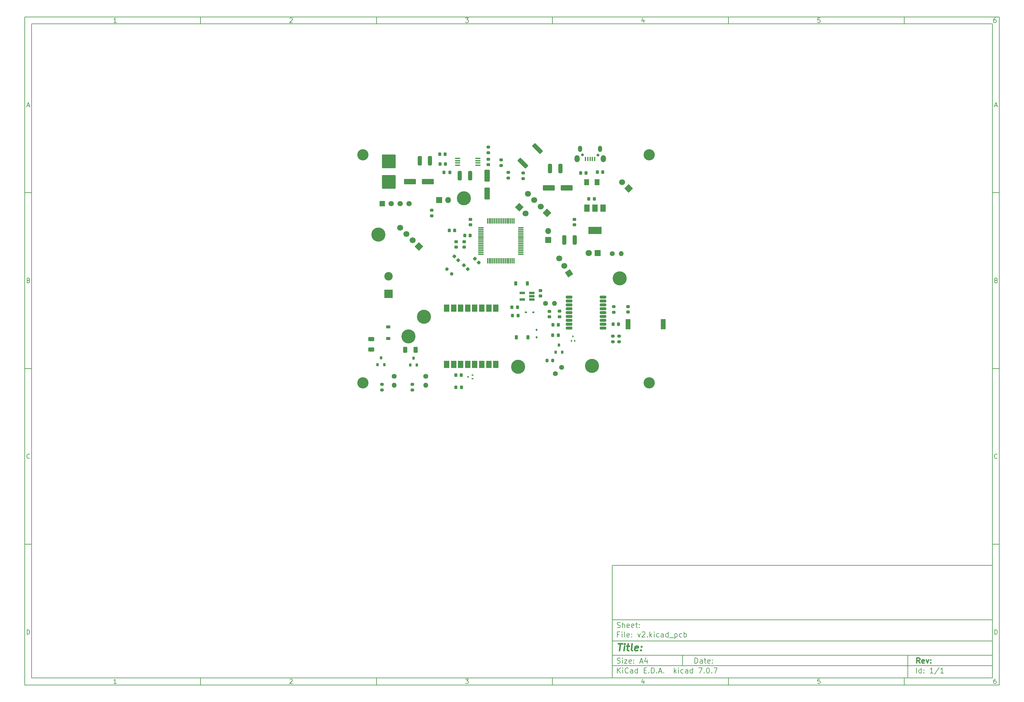
<source format=gts>
%TF.GenerationSoftware,KiCad,Pcbnew,7.0.7*%
%TF.CreationDate,2024-09-06T13:37:17+03:00*%
%TF.ProjectId,v2,76322e6b-6963-4616-945f-706362585858,rev?*%
%TF.SameCoordinates,Original*%
%TF.FileFunction,Soldermask,Top*%
%TF.FilePolarity,Negative*%
%FSLAX46Y46*%
G04 Gerber Fmt 4.6, Leading zero omitted, Abs format (unit mm)*
G04 Created by KiCad (PCBNEW 7.0.7) date 2024-09-06 13:37:17*
%MOMM*%
%LPD*%
G01*
G04 APERTURE LIST*
G04 Aperture macros list*
%AMRoundRect*
0 Rectangle with rounded corners*
0 $1 Rounding radius*
0 $2 $3 $4 $5 $6 $7 $8 $9 X,Y pos of 4 corners*
0 Add a 4 corners polygon primitive as box body*
4,1,4,$2,$3,$4,$5,$6,$7,$8,$9,$2,$3,0*
0 Add four circle primitives for the rounded corners*
1,1,$1+$1,$2,$3*
1,1,$1+$1,$4,$5*
1,1,$1+$1,$6,$7*
1,1,$1+$1,$8,$9*
0 Add four rect primitives between the rounded corners*
20,1,$1+$1,$2,$3,$4,$5,0*
20,1,$1+$1,$4,$5,$6,$7,0*
20,1,$1+$1,$6,$7,$8,$9,0*
20,1,$1+$1,$8,$9,$2,$3,0*%
%AMHorizOval*
0 Thick line with rounded ends*
0 $1 width*
0 $2 $3 position (X,Y) of the first rounded end (center of the circle)*
0 $4 $5 position (X,Y) of the second rounded end (center of the circle)*
0 Add line between two ends*
20,1,$1,$2,$3,$4,$5,0*
0 Add two circle primitives to create the rounded ends*
1,1,$1,$2,$3*
1,1,$1,$4,$5*%
%AMRotRect*
0 Rectangle, with rotation*
0 The origin of the aperture is its center*
0 $1 length*
0 $2 width*
0 $3 Rotation angle, in degrees counterclockwise*
0 Add horizontal line*
21,1,$1,$2,0,0,$3*%
G04 Aperture macros list end*
%ADD10C,0.100000*%
%ADD11C,0.150000*%
%ADD12C,0.300000*%
%ADD13C,0.400000*%
%ADD14RoundRect,0.112500X0.187500X0.112500X-0.187500X0.112500X-0.187500X-0.112500X0.187500X-0.112500X0*%
%ADD15RoundRect,0.225000X0.250000X-0.225000X0.250000X0.225000X-0.250000X0.225000X-0.250000X-0.225000X0*%
%ADD16RoundRect,0.250002X-1.699998X-1.699998X1.699998X-1.699998X1.699998X1.699998X-1.699998X1.699998X0*%
%ADD17RoundRect,0.225000X0.335876X0.017678X0.017678X0.335876X-0.335876X-0.017678X-0.017678X-0.335876X0*%
%ADD18RoundRect,0.200000X0.275000X-0.200000X0.275000X0.200000X-0.275000X0.200000X-0.275000X-0.200000X0*%
%ADD19RoundRect,0.075000X-0.700000X-0.075000X0.700000X-0.075000X0.700000X0.075000X-0.700000X0.075000X0*%
%ADD20RoundRect,0.075000X-0.075000X-0.700000X0.075000X-0.700000X0.075000X0.700000X-0.075000X0.700000X0*%
%ADD21RoundRect,0.250000X-0.312500X-1.075000X0.312500X-1.075000X0.312500X1.075000X-0.312500X1.075000X0*%
%ADD22RoundRect,0.225000X0.225000X0.250000X-0.225000X0.250000X-0.225000X-0.250000X0.225000X-0.250000X0*%
%ADD23RoundRect,0.225000X-0.250000X0.225000X-0.250000X-0.225000X0.250000X-0.225000X0.250000X0.225000X0*%
%ADD24RotRect,1.700000X1.700000X225.000000*%
%ADD25HorizOval,1.700000X0.000000X0.000000X0.000000X0.000000X0*%
%ADD26RoundRect,0.225000X0.225000X0.375000X-0.225000X0.375000X-0.225000X-0.375000X0.225000X-0.375000X0*%
%ADD27RoundRect,0.200000X-0.200000X-0.275000X0.200000X-0.275000X0.200000X0.275000X-0.200000X0.275000X0*%
%ADD28RoundRect,0.250000X-1.412500X-0.550000X1.412500X-0.550000X1.412500X0.550000X-1.412500X0.550000X0*%
%ADD29C,1.400000*%
%ADD30O,1.400000X1.400000*%
%ADD31R,0.800000X0.900000*%
%ADD32RoundRect,0.250000X0.312500X1.075000X-0.312500X1.075000X-0.312500X-1.075000X0.312500X-1.075000X0*%
%ADD33R,1.700000X1.700000*%
%ADD34O,1.700000X1.700000*%
%ADD35R,1.500000X2.000000*%
%ADD36RoundRect,0.225000X-0.225000X-0.375000X0.225000X-0.375000X0.225000X0.375000X-0.225000X0.375000X0*%
%ADD37C,4.000000*%
%ADD38RoundRect,0.200000X-0.275000X0.200000X-0.275000X-0.200000X0.275000X-0.200000X0.275000X0.200000X0*%
%ADD39RotRect,1.700000X1.700000X214.000000*%
%ADD40HorizOval,1.700000X0.000000X0.000000X0.000000X0.000000X0*%
%ADD41RoundRect,0.225000X-0.225000X-0.250000X0.225000X-0.250000X0.225000X0.250000X-0.225000X0.250000X0*%
%ADD42RoundRect,0.112500X-0.112500X0.187500X-0.112500X-0.187500X0.112500X-0.187500X0.112500X0.187500X0*%
%ADD43RoundRect,0.218750X-0.218750X-0.256250X0.218750X-0.256250X0.218750X0.256250X-0.218750X0.256250X0*%
%ADD44O,0.800000X0.800000*%
%ADD45R,0.450000X1.300000*%
%ADD46O,1.450000X2.000000*%
%ADD47O,1.150000X1.800000*%
%ADD48R,0.510000X0.400000*%
%ADD49R,1.800000X1.800000*%
%ADD50C,1.800000*%
%ADD51RoundRect,0.218750X0.256250X-0.218750X0.256250X0.218750X-0.256250X0.218750X-0.256250X-0.218750X0*%
%ADD52R,2.400000X2.400000*%
%ADD53C,2.400000*%
%ADD54RoundRect,0.200000X-0.700000X-0.200000X0.700000X-0.200000X0.700000X0.200000X-0.700000X0.200000X0*%
%ADD55C,3.200000*%
%ADD56RoundRect,0.250001X0.462499X0.624999X-0.462499X0.624999X-0.462499X-0.624999X0.462499X-0.624999X0*%
%ADD57HorizOval,1.400000X0.000000X0.000000X0.000000X0.000000X0*%
%ADD58RoundRect,0.100000X-0.637500X-0.100000X0.637500X-0.100000X0.637500X0.100000X-0.637500X0.100000X0*%
%ADD59RoundRect,0.250000X-0.312500X-0.625000X0.312500X-0.625000X0.312500X0.625000X-0.312500X0.625000X0*%
%ADD60RoundRect,0.225000X-0.375000X0.225000X-0.375000X-0.225000X0.375000X-0.225000X0.375000X0.225000X0*%
%ADD61R,3.800000X2.000000*%
%ADD62R,1.400000X3.000000*%
%ADD63R,0.400000X0.510000*%
%ADD64RoundRect,0.250000X-0.751301X1.263953X-1.263953X0.751301X0.751301X-1.263953X1.263953X-0.751301X0*%
%ADD65C,1.000000*%
%ADD66RotRect,1.700000X1.700000X45.000000*%
%ADD67HorizOval,1.700000X0.000000X0.000000X0.000000X0.000000X0*%
%ADD68R,1.560000X0.650000*%
%ADD69RoundRect,0.250000X-0.550000X1.412500X-0.550000X-1.412500X0.550000X-1.412500X0.550000X1.412500X0*%
%ADD70RoundRect,0.250000X-0.625000X0.312500X-0.625000X-0.312500X0.625000X-0.312500X0.625000X0.312500X0*%
%ADD71RoundRect,0.250000X1.412500X0.550000X-1.412500X0.550000X-1.412500X-0.550000X1.412500X-0.550000X0*%
%ADD72R,1.500000X1.500000*%
%ADD73C,1.500000*%
G04 APERTURE END LIST*
D10*
D11*
X177002200Y-166007200D02*
X285002200Y-166007200D01*
X285002200Y-198007200D01*
X177002200Y-198007200D01*
X177002200Y-166007200D01*
D10*
D11*
X10000000Y-10000000D02*
X287002200Y-10000000D01*
X287002200Y-200007200D01*
X10000000Y-200007200D01*
X10000000Y-10000000D01*
D10*
D11*
X12000000Y-12000000D02*
X285002200Y-12000000D01*
X285002200Y-198007200D01*
X12000000Y-198007200D01*
X12000000Y-12000000D01*
D10*
D11*
X60000000Y-12000000D02*
X60000000Y-10000000D01*
D10*
D11*
X110000000Y-12000000D02*
X110000000Y-10000000D01*
D10*
D11*
X160000000Y-12000000D02*
X160000000Y-10000000D01*
D10*
D11*
X210000000Y-12000000D02*
X210000000Y-10000000D01*
D10*
D11*
X260000000Y-12000000D02*
X260000000Y-10000000D01*
D10*
D11*
X36089160Y-11593604D02*
X35346303Y-11593604D01*
X35717731Y-11593604D02*
X35717731Y-10293604D01*
X35717731Y-10293604D02*
X35593922Y-10479319D01*
X35593922Y-10479319D02*
X35470112Y-10603128D01*
X35470112Y-10603128D02*
X35346303Y-10665033D01*
D10*
D11*
X85346303Y-10417414D02*
X85408207Y-10355509D01*
X85408207Y-10355509D02*
X85532017Y-10293604D01*
X85532017Y-10293604D02*
X85841541Y-10293604D01*
X85841541Y-10293604D02*
X85965350Y-10355509D01*
X85965350Y-10355509D02*
X86027255Y-10417414D01*
X86027255Y-10417414D02*
X86089160Y-10541223D01*
X86089160Y-10541223D02*
X86089160Y-10665033D01*
X86089160Y-10665033D02*
X86027255Y-10850747D01*
X86027255Y-10850747D02*
X85284398Y-11593604D01*
X85284398Y-11593604D02*
X86089160Y-11593604D01*
D10*
D11*
X135284398Y-10293604D02*
X136089160Y-10293604D01*
X136089160Y-10293604D02*
X135655826Y-10788842D01*
X135655826Y-10788842D02*
X135841541Y-10788842D01*
X135841541Y-10788842D02*
X135965350Y-10850747D01*
X135965350Y-10850747D02*
X136027255Y-10912652D01*
X136027255Y-10912652D02*
X136089160Y-11036461D01*
X136089160Y-11036461D02*
X136089160Y-11345985D01*
X136089160Y-11345985D02*
X136027255Y-11469795D01*
X136027255Y-11469795D02*
X135965350Y-11531700D01*
X135965350Y-11531700D02*
X135841541Y-11593604D01*
X135841541Y-11593604D02*
X135470112Y-11593604D01*
X135470112Y-11593604D02*
X135346303Y-11531700D01*
X135346303Y-11531700D02*
X135284398Y-11469795D01*
D10*
D11*
X185965350Y-10726938D02*
X185965350Y-11593604D01*
X185655826Y-10231700D02*
X185346303Y-11160271D01*
X185346303Y-11160271D02*
X186151064Y-11160271D01*
D10*
D11*
X236027255Y-10293604D02*
X235408207Y-10293604D01*
X235408207Y-10293604D02*
X235346303Y-10912652D01*
X235346303Y-10912652D02*
X235408207Y-10850747D01*
X235408207Y-10850747D02*
X235532017Y-10788842D01*
X235532017Y-10788842D02*
X235841541Y-10788842D01*
X235841541Y-10788842D02*
X235965350Y-10850747D01*
X235965350Y-10850747D02*
X236027255Y-10912652D01*
X236027255Y-10912652D02*
X236089160Y-11036461D01*
X236089160Y-11036461D02*
X236089160Y-11345985D01*
X236089160Y-11345985D02*
X236027255Y-11469795D01*
X236027255Y-11469795D02*
X235965350Y-11531700D01*
X235965350Y-11531700D02*
X235841541Y-11593604D01*
X235841541Y-11593604D02*
X235532017Y-11593604D01*
X235532017Y-11593604D02*
X235408207Y-11531700D01*
X235408207Y-11531700D02*
X235346303Y-11469795D01*
D10*
D11*
X285965350Y-10293604D02*
X285717731Y-10293604D01*
X285717731Y-10293604D02*
X285593922Y-10355509D01*
X285593922Y-10355509D02*
X285532017Y-10417414D01*
X285532017Y-10417414D02*
X285408207Y-10603128D01*
X285408207Y-10603128D02*
X285346303Y-10850747D01*
X285346303Y-10850747D02*
X285346303Y-11345985D01*
X285346303Y-11345985D02*
X285408207Y-11469795D01*
X285408207Y-11469795D02*
X285470112Y-11531700D01*
X285470112Y-11531700D02*
X285593922Y-11593604D01*
X285593922Y-11593604D02*
X285841541Y-11593604D01*
X285841541Y-11593604D02*
X285965350Y-11531700D01*
X285965350Y-11531700D02*
X286027255Y-11469795D01*
X286027255Y-11469795D02*
X286089160Y-11345985D01*
X286089160Y-11345985D02*
X286089160Y-11036461D01*
X286089160Y-11036461D02*
X286027255Y-10912652D01*
X286027255Y-10912652D02*
X285965350Y-10850747D01*
X285965350Y-10850747D02*
X285841541Y-10788842D01*
X285841541Y-10788842D02*
X285593922Y-10788842D01*
X285593922Y-10788842D02*
X285470112Y-10850747D01*
X285470112Y-10850747D02*
X285408207Y-10912652D01*
X285408207Y-10912652D02*
X285346303Y-11036461D01*
D10*
D11*
X60000000Y-198007200D02*
X60000000Y-200007200D01*
D10*
D11*
X110000000Y-198007200D02*
X110000000Y-200007200D01*
D10*
D11*
X160000000Y-198007200D02*
X160000000Y-200007200D01*
D10*
D11*
X210000000Y-198007200D02*
X210000000Y-200007200D01*
D10*
D11*
X260000000Y-198007200D02*
X260000000Y-200007200D01*
D10*
D11*
X36089160Y-199600804D02*
X35346303Y-199600804D01*
X35717731Y-199600804D02*
X35717731Y-198300804D01*
X35717731Y-198300804D02*
X35593922Y-198486519D01*
X35593922Y-198486519D02*
X35470112Y-198610328D01*
X35470112Y-198610328D02*
X35346303Y-198672233D01*
D10*
D11*
X85346303Y-198424614D02*
X85408207Y-198362709D01*
X85408207Y-198362709D02*
X85532017Y-198300804D01*
X85532017Y-198300804D02*
X85841541Y-198300804D01*
X85841541Y-198300804D02*
X85965350Y-198362709D01*
X85965350Y-198362709D02*
X86027255Y-198424614D01*
X86027255Y-198424614D02*
X86089160Y-198548423D01*
X86089160Y-198548423D02*
X86089160Y-198672233D01*
X86089160Y-198672233D02*
X86027255Y-198857947D01*
X86027255Y-198857947D02*
X85284398Y-199600804D01*
X85284398Y-199600804D02*
X86089160Y-199600804D01*
D10*
D11*
X135284398Y-198300804D02*
X136089160Y-198300804D01*
X136089160Y-198300804D02*
X135655826Y-198796042D01*
X135655826Y-198796042D02*
X135841541Y-198796042D01*
X135841541Y-198796042D02*
X135965350Y-198857947D01*
X135965350Y-198857947D02*
X136027255Y-198919852D01*
X136027255Y-198919852D02*
X136089160Y-199043661D01*
X136089160Y-199043661D02*
X136089160Y-199353185D01*
X136089160Y-199353185D02*
X136027255Y-199476995D01*
X136027255Y-199476995D02*
X135965350Y-199538900D01*
X135965350Y-199538900D02*
X135841541Y-199600804D01*
X135841541Y-199600804D02*
X135470112Y-199600804D01*
X135470112Y-199600804D02*
X135346303Y-199538900D01*
X135346303Y-199538900D02*
X135284398Y-199476995D01*
D10*
D11*
X185965350Y-198734138D02*
X185965350Y-199600804D01*
X185655826Y-198238900D02*
X185346303Y-199167471D01*
X185346303Y-199167471D02*
X186151064Y-199167471D01*
D10*
D11*
X236027255Y-198300804D02*
X235408207Y-198300804D01*
X235408207Y-198300804D02*
X235346303Y-198919852D01*
X235346303Y-198919852D02*
X235408207Y-198857947D01*
X235408207Y-198857947D02*
X235532017Y-198796042D01*
X235532017Y-198796042D02*
X235841541Y-198796042D01*
X235841541Y-198796042D02*
X235965350Y-198857947D01*
X235965350Y-198857947D02*
X236027255Y-198919852D01*
X236027255Y-198919852D02*
X236089160Y-199043661D01*
X236089160Y-199043661D02*
X236089160Y-199353185D01*
X236089160Y-199353185D02*
X236027255Y-199476995D01*
X236027255Y-199476995D02*
X235965350Y-199538900D01*
X235965350Y-199538900D02*
X235841541Y-199600804D01*
X235841541Y-199600804D02*
X235532017Y-199600804D01*
X235532017Y-199600804D02*
X235408207Y-199538900D01*
X235408207Y-199538900D02*
X235346303Y-199476995D01*
D10*
D11*
X285965350Y-198300804D02*
X285717731Y-198300804D01*
X285717731Y-198300804D02*
X285593922Y-198362709D01*
X285593922Y-198362709D02*
X285532017Y-198424614D01*
X285532017Y-198424614D02*
X285408207Y-198610328D01*
X285408207Y-198610328D02*
X285346303Y-198857947D01*
X285346303Y-198857947D02*
X285346303Y-199353185D01*
X285346303Y-199353185D02*
X285408207Y-199476995D01*
X285408207Y-199476995D02*
X285470112Y-199538900D01*
X285470112Y-199538900D02*
X285593922Y-199600804D01*
X285593922Y-199600804D02*
X285841541Y-199600804D01*
X285841541Y-199600804D02*
X285965350Y-199538900D01*
X285965350Y-199538900D02*
X286027255Y-199476995D01*
X286027255Y-199476995D02*
X286089160Y-199353185D01*
X286089160Y-199353185D02*
X286089160Y-199043661D01*
X286089160Y-199043661D02*
X286027255Y-198919852D01*
X286027255Y-198919852D02*
X285965350Y-198857947D01*
X285965350Y-198857947D02*
X285841541Y-198796042D01*
X285841541Y-198796042D02*
X285593922Y-198796042D01*
X285593922Y-198796042D02*
X285470112Y-198857947D01*
X285470112Y-198857947D02*
X285408207Y-198919852D01*
X285408207Y-198919852D02*
X285346303Y-199043661D01*
D10*
D11*
X10000000Y-60000000D02*
X12000000Y-60000000D01*
D10*
D11*
X10000000Y-110000000D02*
X12000000Y-110000000D01*
D10*
D11*
X10000000Y-160000000D02*
X12000000Y-160000000D01*
D10*
D11*
X10690476Y-35222176D02*
X11309523Y-35222176D01*
X10566666Y-35593604D02*
X10999999Y-34293604D01*
X10999999Y-34293604D02*
X11433333Y-35593604D01*
D10*
D11*
X11092857Y-84912652D02*
X11278571Y-84974557D01*
X11278571Y-84974557D02*
X11340476Y-85036461D01*
X11340476Y-85036461D02*
X11402380Y-85160271D01*
X11402380Y-85160271D02*
X11402380Y-85345985D01*
X11402380Y-85345985D02*
X11340476Y-85469795D01*
X11340476Y-85469795D02*
X11278571Y-85531700D01*
X11278571Y-85531700D02*
X11154761Y-85593604D01*
X11154761Y-85593604D02*
X10659523Y-85593604D01*
X10659523Y-85593604D02*
X10659523Y-84293604D01*
X10659523Y-84293604D02*
X11092857Y-84293604D01*
X11092857Y-84293604D02*
X11216666Y-84355509D01*
X11216666Y-84355509D02*
X11278571Y-84417414D01*
X11278571Y-84417414D02*
X11340476Y-84541223D01*
X11340476Y-84541223D02*
X11340476Y-84665033D01*
X11340476Y-84665033D02*
X11278571Y-84788842D01*
X11278571Y-84788842D02*
X11216666Y-84850747D01*
X11216666Y-84850747D02*
X11092857Y-84912652D01*
X11092857Y-84912652D02*
X10659523Y-84912652D01*
D10*
D11*
X11402380Y-135469795D02*
X11340476Y-135531700D01*
X11340476Y-135531700D02*
X11154761Y-135593604D01*
X11154761Y-135593604D02*
X11030952Y-135593604D01*
X11030952Y-135593604D02*
X10845238Y-135531700D01*
X10845238Y-135531700D02*
X10721428Y-135407890D01*
X10721428Y-135407890D02*
X10659523Y-135284080D01*
X10659523Y-135284080D02*
X10597619Y-135036461D01*
X10597619Y-135036461D02*
X10597619Y-134850747D01*
X10597619Y-134850747D02*
X10659523Y-134603128D01*
X10659523Y-134603128D02*
X10721428Y-134479319D01*
X10721428Y-134479319D02*
X10845238Y-134355509D01*
X10845238Y-134355509D02*
X11030952Y-134293604D01*
X11030952Y-134293604D02*
X11154761Y-134293604D01*
X11154761Y-134293604D02*
X11340476Y-134355509D01*
X11340476Y-134355509D02*
X11402380Y-134417414D01*
D10*
D11*
X10659523Y-185593604D02*
X10659523Y-184293604D01*
X10659523Y-184293604D02*
X10969047Y-184293604D01*
X10969047Y-184293604D02*
X11154761Y-184355509D01*
X11154761Y-184355509D02*
X11278571Y-184479319D01*
X11278571Y-184479319D02*
X11340476Y-184603128D01*
X11340476Y-184603128D02*
X11402380Y-184850747D01*
X11402380Y-184850747D02*
X11402380Y-185036461D01*
X11402380Y-185036461D02*
X11340476Y-185284080D01*
X11340476Y-185284080D02*
X11278571Y-185407890D01*
X11278571Y-185407890D02*
X11154761Y-185531700D01*
X11154761Y-185531700D02*
X10969047Y-185593604D01*
X10969047Y-185593604D02*
X10659523Y-185593604D01*
D10*
D11*
X287002200Y-60000000D02*
X285002200Y-60000000D01*
D10*
D11*
X287002200Y-110000000D02*
X285002200Y-110000000D01*
D10*
D11*
X287002200Y-160000000D02*
X285002200Y-160000000D01*
D10*
D11*
X285692676Y-35222176D02*
X286311723Y-35222176D01*
X285568866Y-35593604D02*
X286002199Y-34293604D01*
X286002199Y-34293604D02*
X286435533Y-35593604D01*
D10*
D11*
X286095057Y-84912652D02*
X286280771Y-84974557D01*
X286280771Y-84974557D02*
X286342676Y-85036461D01*
X286342676Y-85036461D02*
X286404580Y-85160271D01*
X286404580Y-85160271D02*
X286404580Y-85345985D01*
X286404580Y-85345985D02*
X286342676Y-85469795D01*
X286342676Y-85469795D02*
X286280771Y-85531700D01*
X286280771Y-85531700D02*
X286156961Y-85593604D01*
X286156961Y-85593604D02*
X285661723Y-85593604D01*
X285661723Y-85593604D02*
X285661723Y-84293604D01*
X285661723Y-84293604D02*
X286095057Y-84293604D01*
X286095057Y-84293604D02*
X286218866Y-84355509D01*
X286218866Y-84355509D02*
X286280771Y-84417414D01*
X286280771Y-84417414D02*
X286342676Y-84541223D01*
X286342676Y-84541223D02*
X286342676Y-84665033D01*
X286342676Y-84665033D02*
X286280771Y-84788842D01*
X286280771Y-84788842D02*
X286218866Y-84850747D01*
X286218866Y-84850747D02*
X286095057Y-84912652D01*
X286095057Y-84912652D02*
X285661723Y-84912652D01*
D10*
D11*
X286404580Y-135469795D02*
X286342676Y-135531700D01*
X286342676Y-135531700D02*
X286156961Y-135593604D01*
X286156961Y-135593604D02*
X286033152Y-135593604D01*
X286033152Y-135593604D02*
X285847438Y-135531700D01*
X285847438Y-135531700D02*
X285723628Y-135407890D01*
X285723628Y-135407890D02*
X285661723Y-135284080D01*
X285661723Y-135284080D02*
X285599819Y-135036461D01*
X285599819Y-135036461D02*
X285599819Y-134850747D01*
X285599819Y-134850747D02*
X285661723Y-134603128D01*
X285661723Y-134603128D02*
X285723628Y-134479319D01*
X285723628Y-134479319D02*
X285847438Y-134355509D01*
X285847438Y-134355509D02*
X286033152Y-134293604D01*
X286033152Y-134293604D02*
X286156961Y-134293604D01*
X286156961Y-134293604D02*
X286342676Y-134355509D01*
X286342676Y-134355509D02*
X286404580Y-134417414D01*
D10*
D11*
X285661723Y-185593604D02*
X285661723Y-184293604D01*
X285661723Y-184293604D02*
X285971247Y-184293604D01*
X285971247Y-184293604D02*
X286156961Y-184355509D01*
X286156961Y-184355509D02*
X286280771Y-184479319D01*
X286280771Y-184479319D02*
X286342676Y-184603128D01*
X286342676Y-184603128D02*
X286404580Y-184850747D01*
X286404580Y-184850747D02*
X286404580Y-185036461D01*
X286404580Y-185036461D02*
X286342676Y-185284080D01*
X286342676Y-185284080D02*
X286280771Y-185407890D01*
X286280771Y-185407890D02*
X286156961Y-185531700D01*
X286156961Y-185531700D02*
X285971247Y-185593604D01*
X285971247Y-185593604D02*
X285661723Y-185593604D01*
D10*
D11*
X200458026Y-193793328D02*
X200458026Y-192293328D01*
X200458026Y-192293328D02*
X200815169Y-192293328D01*
X200815169Y-192293328D02*
X201029455Y-192364757D01*
X201029455Y-192364757D02*
X201172312Y-192507614D01*
X201172312Y-192507614D02*
X201243741Y-192650471D01*
X201243741Y-192650471D02*
X201315169Y-192936185D01*
X201315169Y-192936185D02*
X201315169Y-193150471D01*
X201315169Y-193150471D02*
X201243741Y-193436185D01*
X201243741Y-193436185D02*
X201172312Y-193579042D01*
X201172312Y-193579042D02*
X201029455Y-193721900D01*
X201029455Y-193721900D02*
X200815169Y-193793328D01*
X200815169Y-193793328D02*
X200458026Y-193793328D01*
X202600884Y-193793328D02*
X202600884Y-193007614D01*
X202600884Y-193007614D02*
X202529455Y-192864757D01*
X202529455Y-192864757D02*
X202386598Y-192793328D01*
X202386598Y-192793328D02*
X202100884Y-192793328D01*
X202100884Y-192793328D02*
X201958026Y-192864757D01*
X202600884Y-193721900D02*
X202458026Y-193793328D01*
X202458026Y-193793328D02*
X202100884Y-193793328D01*
X202100884Y-193793328D02*
X201958026Y-193721900D01*
X201958026Y-193721900D02*
X201886598Y-193579042D01*
X201886598Y-193579042D02*
X201886598Y-193436185D01*
X201886598Y-193436185D02*
X201958026Y-193293328D01*
X201958026Y-193293328D02*
X202100884Y-193221900D01*
X202100884Y-193221900D02*
X202458026Y-193221900D01*
X202458026Y-193221900D02*
X202600884Y-193150471D01*
X203100884Y-192793328D02*
X203672312Y-192793328D01*
X203315169Y-192293328D02*
X203315169Y-193579042D01*
X203315169Y-193579042D02*
X203386598Y-193721900D01*
X203386598Y-193721900D02*
X203529455Y-193793328D01*
X203529455Y-193793328D02*
X203672312Y-193793328D01*
X204743741Y-193721900D02*
X204600884Y-193793328D01*
X204600884Y-193793328D02*
X204315170Y-193793328D01*
X204315170Y-193793328D02*
X204172312Y-193721900D01*
X204172312Y-193721900D02*
X204100884Y-193579042D01*
X204100884Y-193579042D02*
X204100884Y-193007614D01*
X204100884Y-193007614D02*
X204172312Y-192864757D01*
X204172312Y-192864757D02*
X204315170Y-192793328D01*
X204315170Y-192793328D02*
X204600884Y-192793328D01*
X204600884Y-192793328D02*
X204743741Y-192864757D01*
X204743741Y-192864757D02*
X204815170Y-193007614D01*
X204815170Y-193007614D02*
X204815170Y-193150471D01*
X204815170Y-193150471D02*
X204100884Y-193293328D01*
X205458026Y-193650471D02*
X205529455Y-193721900D01*
X205529455Y-193721900D02*
X205458026Y-193793328D01*
X205458026Y-193793328D02*
X205386598Y-193721900D01*
X205386598Y-193721900D02*
X205458026Y-193650471D01*
X205458026Y-193650471D02*
X205458026Y-193793328D01*
X205458026Y-192864757D02*
X205529455Y-192936185D01*
X205529455Y-192936185D02*
X205458026Y-193007614D01*
X205458026Y-193007614D02*
X205386598Y-192936185D01*
X205386598Y-192936185D02*
X205458026Y-192864757D01*
X205458026Y-192864757D02*
X205458026Y-193007614D01*
D10*
D11*
X177002200Y-194507200D02*
X285002200Y-194507200D01*
D10*
D11*
X178458026Y-196593328D02*
X178458026Y-195093328D01*
X179315169Y-196593328D02*
X178672312Y-195736185D01*
X179315169Y-195093328D02*
X178458026Y-195950471D01*
X179958026Y-196593328D02*
X179958026Y-195593328D01*
X179958026Y-195093328D02*
X179886598Y-195164757D01*
X179886598Y-195164757D02*
X179958026Y-195236185D01*
X179958026Y-195236185D02*
X180029455Y-195164757D01*
X180029455Y-195164757D02*
X179958026Y-195093328D01*
X179958026Y-195093328D02*
X179958026Y-195236185D01*
X181529455Y-196450471D02*
X181458027Y-196521900D01*
X181458027Y-196521900D02*
X181243741Y-196593328D01*
X181243741Y-196593328D02*
X181100884Y-196593328D01*
X181100884Y-196593328D02*
X180886598Y-196521900D01*
X180886598Y-196521900D02*
X180743741Y-196379042D01*
X180743741Y-196379042D02*
X180672312Y-196236185D01*
X180672312Y-196236185D02*
X180600884Y-195950471D01*
X180600884Y-195950471D02*
X180600884Y-195736185D01*
X180600884Y-195736185D02*
X180672312Y-195450471D01*
X180672312Y-195450471D02*
X180743741Y-195307614D01*
X180743741Y-195307614D02*
X180886598Y-195164757D01*
X180886598Y-195164757D02*
X181100884Y-195093328D01*
X181100884Y-195093328D02*
X181243741Y-195093328D01*
X181243741Y-195093328D02*
X181458027Y-195164757D01*
X181458027Y-195164757D02*
X181529455Y-195236185D01*
X182815170Y-196593328D02*
X182815170Y-195807614D01*
X182815170Y-195807614D02*
X182743741Y-195664757D01*
X182743741Y-195664757D02*
X182600884Y-195593328D01*
X182600884Y-195593328D02*
X182315170Y-195593328D01*
X182315170Y-195593328D02*
X182172312Y-195664757D01*
X182815170Y-196521900D02*
X182672312Y-196593328D01*
X182672312Y-196593328D02*
X182315170Y-196593328D01*
X182315170Y-196593328D02*
X182172312Y-196521900D01*
X182172312Y-196521900D02*
X182100884Y-196379042D01*
X182100884Y-196379042D02*
X182100884Y-196236185D01*
X182100884Y-196236185D02*
X182172312Y-196093328D01*
X182172312Y-196093328D02*
X182315170Y-196021900D01*
X182315170Y-196021900D02*
X182672312Y-196021900D01*
X182672312Y-196021900D02*
X182815170Y-195950471D01*
X184172313Y-196593328D02*
X184172313Y-195093328D01*
X184172313Y-196521900D02*
X184029455Y-196593328D01*
X184029455Y-196593328D02*
X183743741Y-196593328D01*
X183743741Y-196593328D02*
X183600884Y-196521900D01*
X183600884Y-196521900D02*
X183529455Y-196450471D01*
X183529455Y-196450471D02*
X183458027Y-196307614D01*
X183458027Y-196307614D02*
X183458027Y-195879042D01*
X183458027Y-195879042D02*
X183529455Y-195736185D01*
X183529455Y-195736185D02*
X183600884Y-195664757D01*
X183600884Y-195664757D02*
X183743741Y-195593328D01*
X183743741Y-195593328D02*
X184029455Y-195593328D01*
X184029455Y-195593328D02*
X184172313Y-195664757D01*
X186029455Y-195807614D02*
X186529455Y-195807614D01*
X186743741Y-196593328D02*
X186029455Y-196593328D01*
X186029455Y-196593328D02*
X186029455Y-195093328D01*
X186029455Y-195093328D02*
X186743741Y-195093328D01*
X187386598Y-196450471D02*
X187458027Y-196521900D01*
X187458027Y-196521900D02*
X187386598Y-196593328D01*
X187386598Y-196593328D02*
X187315170Y-196521900D01*
X187315170Y-196521900D02*
X187386598Y-196450471D01*
X187386598Y-196450471D02*
X187386598Y-196593328D01*
X188100884Y-196593328D02*
X188100884Y-195093328D01*
X188100884Y-195093328D02*
X188458027Y-195093328D01*
X188458027Y-195093328D02*
X188672313Y-195164757D01*
X188672313Y-195164757D02*
X188815170Y-195307614D01*
X188815170Y-195307614D02*
X188886599Y-195450471D01*
X188886599Y-195450471D02*
X188958027Y-195736185D01*
X188958027Y-195736185D02*
X188958027Y-195950471D01*
X188958027Y-195950471D02*
X188886599Y-196236185D01*
X188886599Y-196236185D02*
X188815170Y-196379042D01*
X188815170Y-196379042D02*
X188672313Y-196521900D01*
X188672313Y-196521900D02*
X188458027Y-196593328D01*
X188458027Y-196593328D02*
X188100884Y-196593328D01*
X189600884Y-196450471D02*
X189672313Y-196521900D01*
X189672313Y-196521900D02*
X189600884Y-196593328D01*
X189600884Y-196593328D02*
X189529456Y-196521900D01*
X189529456Y-196521900D02*
X189600884Y-196450471D01*
X189600884Y-196450471D02*
X189600884Y-196593328D01*
X190243742Y-196164757D02*
X190958028Y-196164757D01*
X190100885Y-196593328D02*
X190600885Y-195093328D01*
X190600885Y-195093328D02*
X191100885Y-196593328D01*
X191600884Y-196450471D02*
X191672313Y-196521900D01*
X191672313Y-196521900D02*
X191600884Y-196593328D01*
X191600884Y-196593328D02*
X191529456Y-196521900D01*
X191529456Y-196521900D02*
X191600884Y-196450471D01*
X191600884Y-196450471D02*
X191600884Y-196593328D01*
X194600884Y-196593328D02*
X194600884Y-195093328D01*
X194743742Y-196021900D02*
X195172313Y-196593328D01*
X195172313Y-195593328D02*
X194600884Y-196164757D01*
X195815170Y-196593328D02*
X195815170Y-195593328D01*
X195815170Y-195093328D02*
X195743742Y-195164757D01*
X195743742Y-195164757D02*
X195815170Y-195236185D01*
X195815170Y-195236185D02*
X195886599Y-195164757D01*
X195886599Y-195164757D02*
X195815170Y-195093328D01*
X195815170Y-195093328D02*
X195815170Y-195236185D01*
X197172314Y-196521900D02*
X197029456Y-196593328D01*
X197029456Y-196593328D02*
X196743742Y-196593328D01*
X196743742Y-196593328D02*
X196600885Y-196521900D01*
X196600885Y-196521900D02*
X196529456Y-196450471D01*
X196529456Y-196450471D02*
X196458028Y-196307614D01*
X196458028Y-196307614D02*
X196458028Y-195879042D01*
X196458028Y-195879042D02*
X196529456Y-195736185D01*
X196529456Y-195736185D02*
X196600885Y-195664757D01*
X196600885Y-195664757D02*
X196743742Y-195593328D01*
X196743742Y-195593328D02*
X197029456Y-195593328D01*
X197029456Y-195593328D02*
X197172314Y-195664757D01*
X198458028Y-196593328D02*
X198458028Y-195807614D01*
X198458028Y-195807614D02*
X198386599Y-195664757D01*
X198386599Y-195664757D02*
X198243742Y-195593328D01*
X198243742Y-195593328D02*
X197958028Y-195593328D01*
X197958028Y-195593328D02*
X197815170Y-195664757D01*
X198458028Y-196521900D02*
X198315170Y-196593328D01*
X198315170Y-196593328D02*
X197958028Y-196593328D01*
X197958028Y-196593328D02*
X197815170Y-196521900D01*
X197815170Y-196521900D02*
X197743742Y-196379042D01*
X197743742Y-196379042D02*
X197743742Y-196236185D01*
X197743742Y-196236185D02*
X197815170Y-196093328D01*
X197815170Y-196093328D02*
X197958028Y-196021900D01*
X197958028Y-196021900D02*
X198315170Y-196021900D01*
X198315170Y-196021900D02*
X198458028Y-195950471D01*
X199815171Y-196593328D02*
X199815171Y-195093328D01*
X199815171Y-196521900D02*
X199672313Y-196593328D01*
X199672313Y-196593328D02*
X199386599Y-196593328D01*
X199386599Y-196593328D02*
X199243742Y-196521900D01*
X199243742Y-196521900D02*
X199172313Y-196450471D01*
X199172313Y-196450471D02*
X199100885Y-196307614D01*
X199100885Y-196307614D02*
X199100885Y-195879042D01*
X199100885Y-195879042D02*
X199172313Y-195736185D01*
X199172313Y-195736185D02*
X199243742Y-195664757D01*
X199243742Y-195664757D02*
X199386599Y-195593328D01*
X199386599Y-195593328D02*
X199672313Y-195593328D01*
X199672313Y-195593328D02*
X199815171Y-195664757D01*
X201529456Y-195093328D02*
X202529456Y-195093328D01*
X202529456Y-195093328D02*
X201886599Y-196593328D01*
X203100884Y-196450471D02*
X203172313Y-196521900D01*
X203172313Y-196521900D02*
X203100884Y-196593328D01*
X203100884Y-196593328D02*
X203029456Y-196521900D01*
X203029456Y-196521900D02*
X203100884Y-196450471D01*
X203100884Y-196450471D02*
X203100884Y-196593328D01*
X204100885Y-195093328D02*
X204243742Y-195093328D01*
X204243742Y-195093328D02*
X204386599Y-195164757D01*
X204386599Y-195164757D02*
X204458028Y-195236185D01*
X204458028Y-195236185D02*
X204529456Y-195379042D01*
X204529456Y-195379042D02*
X204600885Y-195664757D01*
X204600885Y-195664757D02*
X204600885Y-196021900D01*
X204600885Y-196021900D02*
X204529456Y-196307614D01*
X204529456Y-196307614D02*
X204458028Y-196450471D01*
X204458028Y-196450471D02*
X204386599Y-196521900D01*
X204386599Y-196521900D02*
X204243742Y-196593328D01*
X204243742Y-196593328D02*
X204100885Y-196593328D01*
X204100885Y-196593328D02*
X203958028Y-196521900D01*
X203958028Y-196521900D02*
X203886599Y-196450471D01*
X203886599Y-196450471D02*
X203815170Y-196307614D01*
X203815170Y-196307614D02*
X203743742Y-196021900D01*
X203743742Y-196021900D02*
X203743742Y-195664757D01*
X203743742Y-195664757D02*
X203815170Y-195379042D01*
X203815170Y-195379042D02*
X203886599Y-195236185D01*
X203886599Y-195236185D02*
X203958028Y-195164757D01*
X203958028Y-195164757D02*
X204100885Y-195093328D01*
X205243741Y-196450471D02*
X205315170Y-196521900D01*
X205315170Y-196521900D02*
X205243741Y-196593328D01*
X205243741Y-196593328D02*
X205172313Y-196521900D01*
X205172313Y-196521900D02*
X205243741Y-196450471D01*
X205243741Y-196450471D02*
X205243741Y-196593328D01*
X205815170Y-195093328D02*
X206815170Y-195093328D01*
X206815170Y-195093328D02*
X206172313Y-196593328D01*
D10*
D11*
X177002200Y-191507200D02*
X285002200Y-191507200D01*
D10*
D12*
X264413853Y-193785528D02*
X263913853Y-193071242D01*
X263556710Y-193785528D02*
X263556710Y-192285528D01*
X263556710Y-192285528D02*
X264128139Y-192285528D01*
X264128139Y-192285528D02*
X264270996Y-192356957D01*
X264270996Y-192356957D02*
X264342425Y-192428385D01*
X264342425Y-192428385D02*
X264413853Y-192571242D01*
X264413853Y-192571242D02*
X264413853Y-192785528D01*
X264413853Y-192785528D02*
X264342425Y-192928385D01*
X264342425Y-192928385D02*
X264270996Y-192999814D01*
X264270996Y-192999814D02*
X264128139Y-193071242D01*
X264128139Y-193071242D02*
X263556710Y-193071242D01*
X265628139Y-193714100D02*
X265485282Y-193785528D01*
X265485282Y-193785528D02*
X265199568Y-193785528D01*
X265199568Y-193785528D02*
X265056710Y-193714100D01*
X265056710Y-193714100D02*
X264985282Y-193571242D01*
X264985282Y-193571242D02*
X264985282Y-192999814D01*
X264985282Y-192999814D02*
X265056710Y-192856957D01*
X265056710Y-192856957D02*
X265199568Y-192785528D01*
X265199568Y-192785528D02*
X265485282Y-192785528D01*
X265485282Y-192785528D02*
X265628139Y-192856957D01*
X265628139Y-192856957D02*
X265699568Y-192999814D01*
X265699568Y-192999814D02*
X265699568Y-193142671D01*
X265699568Y-193142671D02*
X264985282Y-193285528D01*
X266199567Y-192785528D02*
X266556710Y-193785528D01*
X266556710Y-193785528D02*
X266913853Y-192785528D01*
X267485281Y-193642671D02*
X267556710Y-193714100D01*
X267556710Y-193714100D02*
X267485281Y-193785528D01*
X267485281Y-193785528D02*
X267413853Y-193714100D01*
X267413853Y-193714100D02*
X267485281Y-193642671D01*
X267485281Y-193642671D02*
X267485281Y-193785528D01*
X267485281Y-192856957D02*
X267556710Y-192928385D01*
X267556710Y-192928385D02*
X267485281Y-192999814D01*
X267485281Y-192999814D02*
X267413853Y-192928385D01*
X267413853Y-192928385D02*
X267485281Y-192856957D01*
X267485281Y-192856957D02*
X267485281Y-192999814D01*
D10*
D11*
X178386598Y-193721900D02*
X178600884Y-193793328D01*
X178600884Y-193793328D02*
X178958026Y-193793328D01*
X178958026Y-193793328D02*
X179100884Y-193721900D01*
X179100884Y-193721900D02*
X179172312Y-193650471D01*
X179172312Y-193650471D02*
X179243741Y-193507614D01*
X179243741Y-193507614D02*
X179243741Y-193364757D01*
X179243741Y-193364757D02*
X179172312Y-193221900D01*
X179172312Y-193221900D02*
X179100884Y-193150471D01*
X179100884Y-193150471D02*
X178958026Y-193079042D01*
X178958026Y-193079042D02*
X178672312Y-193007614D01*
X178672312Y-193007614D02*
X178529455Y-192936185D01*
X178529455Y-192936185D02*
X178458026Y-192864757D01*
X178458026Y-192864757D02*
X178386598Y-192721900D01*
X178386598Y-192721900D02*
X178386598Y-192579042D01*
X178386598Y-192579042D02*
X178458026Y-192436185D01*
X178458026Y-192436185D02*
X178529455Y-192364757D01*
X178529455Y-192364757D02*
X178672312Y-192293328D01*
X178672312Y-192293328D02*
X179029455Y-192293328D01*
X179029455Y-192293328D02*
X179243741Y-192364757D01*
X179886597Y-193793328D02*
X179886597Y-192793328D01*
X179886597Y-192293328D02*
X179815169Y-192364757D01*
X179815169Y-192364757D02*
X179886597Y-192436185D01*
X179886597Y-192436185D02*
X179958026Y-192364757D01*
X179958026Y-192364757D02*
X179886597Y-192293328D01*
X179886597Y-192293328D02*
X179886597Y-192436185D01*
X180458026Y-192793328D02*
X181243741Y-192793328D01*
X181243741Y-192793328D02*
X180458026Y-193793328D01*
X180458026Y-193793328D02*
X181243741Y-193793328D01*
X182386598Y-193721900D02*
X182243741Y-193793328D01*
X182243741Y-193793328D02*
X181958027Y-193793328D01*
X181958027Y-193793328D02*
X181815169Y-193721900D01*
X181815169Y-193721900D02*
X181743741Y-193579042D01*
X181743741Y-193579042D02*
X181743741Y-193007614D01*
X181743741Y-193007614D02*
X181815169Y-192864757D01*
X181815169Y-192864757D02*
X181958027Y-192793328D01*
X181958027Y-192793328D02*
X182243741Y-192793328D01*
X182243741Y-192793328D02*
X182386598Y-192864757D01*
X182386598Y-192864757D02*
X182458027Y-193007614D01*
X182458027Y-193007614D02*
X182458027Y-193150471D01*
X182458027Y-193150471D02*
X181743741Y-193293328D01*
X183100883Y-193650471D02*
X183172312Y-193721900D01*
X183172312Y-193721900D02*
X183100883Y-193793328D01*
X183100883Y-193793328D02*
X183029455Y-193721900D01*
X183029455Y-193721900D02*
X183100883Y-193650471D01*
X183100883Y-193650471D02*
X183100883Y-193793328D01*
X183100883Y-192864757D02*
X183172312Y-192936185D01*
X183172312Y-192936185D02*
X183100883Y-193007614D01*
X183100883Y-193007614D02*
X183029455Y-192936185D01*
X183029455Y-192936185D02*
X183100883Y-192864757D01*
X183100883Y-192864757D02*
X183100883Y-193007614D01*
X184886598Y-193364757D02*
X185600884Y-193364757D01*
X184743741Y-193793328D02*
X185243741Y-192293328D01*
X185243741Y-192293328D02*
X185743741Y-193793328D01*
X186886598Y-192793328D02*
X186886598Y-193793328D01*
X186529455Y-192221900D02*
X186172312Y-193293328D01*
X186172312Y-193293328D02*
X187100883Y-193293328D01*
D10*
D11*
X263458026Y-196593328D02*
X263458026Y-195093328D01*
X264815170Y-196593328D02*
X264815170Y-195093328D01*
X264815170Y-196521900D02*
X264672312Y-196593328D01*
X264672312Y-196593328D02*
X264386598Y-196593328D01*
X264386598Y-196593328D02*
X264243741Y-196521900D01*
X264243741Y-196521900D02*
X264172312Y-196450471D01*
X264172312Y-196450471D02*
X264100884Y-196307614D01*
X264100884Y-196307614D02*
X264100884Y-195879042D01*
X264100884Y-195879042D02*
X264172312Y-195736185D01*
X264172312Y-195736185D02*
X264243741Y-195664757D01*
X264243741Y-195664757D02*
X264386598Y-195593328D01*
X264386598Y-195593328D02*
X264672312Y-195593328D01*
X264672312Y-195593328D02*
X264815170Y-195664757D01*
X265529455Y-196450471D02*
X265600884Y-196521900D01*
X265600884Y-196521900D02*
X265529455Y-196593328D01*
X265529455Y-196593328D02*
X265458027Y-196521900D01*
X265458027Y-196521900D02*
X265529455Y-196450471D01*
X265529455Y-196450471D02*
X265529455Y-196593328D01*
X265529455Y-195664757D02*
X265600884Y-195736185D01*
X265600884Y-195736185D02*
X265529455Y-195807614D01*
X265529455Y-195807614D02*
X265458027Y-195736185D01*
X265458027Y-195736185D02*
X265529455Y-195664757D01*
X265529455Y-195664757D02*
X265529455Y-195807614D01*
X268172313Y-196593328D02*
X267315170Y-196593328D01*
X267743741Y-196593328D02*
X267743741Y-195093328D01*
X267743741Y-195093328D02*
X267600884Y-195307614D01*
X267600884Y-195307614D02*
X267458027Y-195450471D01*
X267458027Y-195450471D02*
X267315170Y-195521900D01*
X269886598Y-195021900D02*
X268600884Y-196950471D01*
X271172313Y-196593328D02*
X270315170Y-196593328D01*
X270743741Y-196593328D02*
X270743741Y-195093328D01*
X270743741Y-195093328D02*
X270600884Y-195307614D01*
X270600884Y-195307614D02*
X270458027Y-195450471D01*
X270458027Y-195450471D02*
X270315170Y-195521900D01*
D10*
D11*
X177002200Y-187507200D02*
X285002200Y-187507200D01*
D10*
D13*
X178693928Y-188211638D02*
X179836785Y-188211638D01*
X179015357Y-190211638D02*
X179265357Y-188211638D01*
X180253452Y-190211638D02*
X180420119Y-188878304D01*
X180503452Y-188211638D02*
X180396309Y-188306876D01*
X180396309Y-188306876D02*
X180479643Y-188402114D01*
X180479643Y-188402114D02*
X180586786Y-188306876D01*
X180586786Y-188306876D02*
X180503452Y-188211638D01*
X180503452Y-188211638D02*
X180479643Y-188402114D01*
X181086786Y-188878304D02*
X181848690Y-188878304D01*
X181455833Y-188211638D02*
X181241548Y-189925923D01*
X181241548Y-189925923D02*
X181312976Y-190116400D01*
X181312976Y-190116400D02*
X181491548Y-190211638D01*
X181491548Y-190211638D02*
X181682024Y-190211638D01*
X182634405Y-190211638D02*
X182455833Y-190116400D01*
X182455833Y-190116400D02*
X182384405Y-189925923D01*
X182384405Y-189925923D02*
X182598690Y-188211638D01*
X184170119Y-190116400D02*
X183967738Y-190211638D01*
X183967738Y-190211638D02*
X183586785Y-190211638D01*
X183586785Y-190211638D02*
X183408214Y-190116400D01*
X183408214Y-190116400D02*
X183336785Y-189925923D01*
X183336785Y-189925923D02*
X183432024Y-189164019D01*
X183432024Y-189164019D02*
X183551071Y-188973542D01*
X183551071Y-188973542D02*
X183753452Y-188878304D01*
X183753452Y-188878304D02*
X184134404Y-188878304D01*
X184134404Y-188878304D02*
X184312976Y-188973542D01*
X184312976Y-188973542D02*
X184384404Y-189164019D01*
X184384404Y-189164019D02*
X184360595Y-189354495D01*
X184360595Y-189354495D02*
X183384404Y-189544971D01*
X185134405Y-190021161D02*
X185217738Y-190116400D01*
X185217738Y-190116400D02*
X185110595Y-190211638D01*
X185110595Y-190211638D02*
X185027262Y-190116400D01*
X185027262Y-190116400D02*
X185134405Y-190021161D01*
X185134405Y-190021161D02*
X185110595Y-190211638D01*
X185265357Y-188973542D02*
X185348690Y-189068780D01*
X185348690Y-189068780D02*
X185241548Y-189164019D01*
X185241548Y-189164019D02*
X185158214Y-189068780D01*
X185158214Y-189068780D02*
X185265357Y-188973542D01*
X185265357Y-188973542D02*
X185241548Y-189164019D01*
D10*
D11*
X178958026Y-185607614D02*
X178458026Y-185607614D01*
X178458026Y-186393328D02*
X178458026Y-184893328D01*
X178458026Y-184893328D02*
X179172312Y-184893328D01*
X179743740Y-186393328D02*
X179743740Y-185393328D01*
X179743740Y-184893328D02*
X179672312Y-184964757D01*
X179672312Y-184964757D02*
X179743740Y-185036185D01*
X179743740Y-185036185D02*
X179815169Y-184964757D01*
X179815169Y-184964757D02*
X179743740Y-184893328D01*
X179743740Y-184893328D02*
X179743740Y-185036185D01*
X180672312Y-186393328D02*
X180529455Y-186321900D01*
X180529455Y-186321900D02*
X180458026Y-186179042D01*
X180458026Y-186179042D02*
X180458026Y-184893328D01*
X181815169Y-186321900D02*
X181672312Y-186393328D01*
X181672312Y-186393328D02*
X181386598Y-186393328D01*
X181386598Y-186393328D02*
X181243740Y-186321900D01*
X181243740Y-186321900D02*
X181172312Y-186179042D01*
X181172312Y-186179042D02*
X181172312Y-185607614D01*
X181172312Y-185607614D02*
X181243740Y-185464757D01*
X181243740Y-185464757D02*
X181386598Y-185393328D01*
X181386598Y-185393328D02*
X181672312Y-185393328D01*
X181672312Y-185393328D02*
X181815169Y-185464757D01*
X181815169Y-185464757D02*
X181886598Y-185607614D01*
X181886598Y-185607614D02*
X181886598Y-185750471D01*
X181886598Y-185750471D02*
X181172312Y-185893328D01*
X182529454Y-186250471D02*
X182600883Y-186321900D01*
X182600883Y-186321900D02*
X182529454Y-186393328D01*
X182529454Y-186393328D02*
X182458026Y-186321900D01*
X182458026Y-186321900D02*
X182529454Y-186250471D01*
X182529454Y-186250471D02*
X182529454Y-186393328D01*
X182529454Y-185464757D02*
X182600883Y-185536185D01*
X182600883Y-185536185D02*
X182529454Y-185607614D01*
X182529454Y-185607614D02*
X182458026Y-185536185D01*
X182458026Y-185536185D02*
X182529454Y-185464757D01*
X182529454Y-185464757D02*
X182529454Y-185607614D01*
X184243740Y-185393328D02*
X184600883Y-186393328D01*
X184600883Y-186393328D02*
X184958026Y-185393328D01*
X185458026Y-185036185D02*
X185529454Y-184964757D01*
X185529454Y-184964757D02*
X185672312Y-184893328D01*
X185672312Y-184893328D02*
X186029454Y-184893328D01*
X186029454Y-184893328D02*
X186172312Y-184964757D01*
X186172312Y-184964757D02*
X186243740Y-185036185D01*
X186243740Y-185036185D02*
X186315169Y-185179042D01*
X186315169Y-185179042D02*
X186315169Y-185321900D01*
X186315169Y-185321900D02*
X186243740Y-185536185D01*
X186243740Y-185536185D02*
X185386597Y-186393328D01*
X185386597Y-186393328D02*
X186315169Y-186393328D01*
X186958025Y-186250471D02*
X187029454Y-186321900D01*
X187029454Y-186321900D02*
X186958025Y-186393328D01*
X186958025Y-186393328D02*
X186886597Y-186321900D01*
X186886597Y-186321900D02*
X186958025Y-186250471D01*
X186958025Y-186250471D02*
X186958025Y-186393328D01*
X187672311Y-186393328D02*
X187672311Y-184893328D01*
X187815169Y-185821900D02*
X188243740Y-186393328D01*
X188243740Y-185393328D02*
X187672311Y-185964757D01*
X188886597Y-186393328D02*
X188886597Y-185393328D01*
X188886597Y-184893328D02*
X188815169Y-184964757D01*
X188815169Y-184964757D02*
X188886597Y-185036185D01*
X188886597Y-185036185D02*
X188958026Y-184964757D01*
X188958026Y-184964757D02*
X188886597Y-184893328D01*
X188886597Y-184893328D02*
X188886597Y-185036185D01*
X190243741Y-186321900D02*
X190100883Y-186393328D01*
X190100883Y-186393328D02*
X189815169Y-186393328D01*
X189815169Y-186393328D02*
X189672312Y-186321900D01*
X189672312Y-186321900D02*
X189600883Y-186250471D01*
X189600883Y-186250471D02*
X189529455Y-186107614D01*
X189529455Y-186107614D02*
X189529455Y-185679042D01*
X189529455Y-185679042D02*
X189600883Y-185536185D01*
X189600883Y-185536185D02*
X189672312Y-185464757D01*
X189672312Y-185464757D02*
X189815169Y-185393328D01*
X189815169Y-185393328D02*
X190100883Y-185393328D01*
X190100883Y-185393328D02*
X190243741Y-185464757D01*
X191529455Y-186393328D02*
X191529455Y-185607614D01*
X191529455Y-185607614D02*
X191458026Y-185464757D01*
X191458026Y-185464757D02*
X191315169Y-185393328D01*
X191315169Y-185393328D02*
X191029455Y-185393328D01*
X191029455Y-185393328D02*
X190886597Y-185464757D01*
X191529455Y-186321900D02*
X191386597Y-186393328D01*
X191386597Y-186393328D02*
X191029455Y-186393328D01*
X191029455Y-186393328D02*
X190886597Y-186321900D01*
X190886597Y-186321900D02*
X190815169Y-186179042D01*
X190815169Y-186179042D02*
X190815169Y-186036185D01*
X190815169Y-186036185D02*
X190886597Y-185893328D01*
X190886597Y-185893328D02*
X191029455Y-185821900D01*
X191029455Y-185821900D02*
X191386597Y-185821900D01*
X191386597Y-185821900D02*
X191529455Y-185750471D01*
X192886598Y-186393328D02*
X192886598Y-184893328D01*
X192886598Y-186321900D02*
X192743740Y-186393328D01*
X192743740Y-186393328D02*
X192458026Y-186393328D01*
X192458026Y-186393328D02*
X192315169Y-186321900D01*
X192315169Y-186321900D02*
X192243740Y-186250471D01*
X192243740Y-186250471D02*
X192172312Y-186107614D01*
X192172312Y-186107614D02*
X192172312Y-185679042D01*
X192172312Y-185679042D02*
X192243740Y-185536185D01*
X192243740Y-185536185D02*
X192315169Y-185464757D01*
X192315169Y-185464757D02*
X192458026Y-185393328D01*
X192458026Y-185393328D02*
X192743740Y-185393328D01*
X192743740Y-185393328D02*
X192886598Y-185464757D01*
X193243741Y-186536185D02*
X194386598Y-186536185D01*
X194743740Y-185393328D02*
X194743740Y-186893328D01*
X194743740Y-185464757D02*
X194886598Y-185393328D01*
X194886598Y-185393328D02*
X195172312Y-185393328D01*
X195172312Y-185393328D02*
X195315169Y-185464757D01*
X195315169Y-185464757D02*
X195386598Y-185536185D01*
X195386598Y-185536185D02*
X195458026Y-185679042D01*
X195458026Y-185679042D02*
X195458026Y-186107614D01*
X195458026Y-186107614D02*
X195386598Y-186250471D01*
X195386598Y-186250471D02*
X195315169Y-186321900D01*
X195315169Y-186321900D02*
X195172312Y-186393328D01*
X195172312Y-186393328D02*
X194886598Y-186393328D01*
X194886598Y-186393328D02*
X194743740Y-186321900D01*
X196743741Y-186321900D02*
X196600883Y-186393328D01*
X196600883Y-186393328D02*
X196315169Y-186393328D01*
X196315169Y-186393328D02*
X196172312Y-186321900D01*
X196172312Y-186321900D02*
X196100883Y-186250471D01*
X196100883Y-186250471D02*
X196029455Y-186107614D01*
X196029455Y-186107614D02*
X196029455Y-185679042D01*
X196029455Y-185679042D02*
X196100883Y-185536185D01*
X196100883Y-185536185D02*
X196172312Y-185464757D01*
X196172312Y-185464757D02*
X196315169Y-185393328D01*
X196315169Y-185393328D02*
X196600883Y-185393328D01*
X196600883Y-185393328D02*
X196743741Y-185464757D01*
X197386597Y-186393328D02*
X197386597Y-184893328D01*
X197386597Y-185464757D02*
X197529455Y-185393328D01*
X197529455Y-185393328D02*
X197815169Y-185393328D01*
X197815169Y-185393328D02*
X197958026Y-185464757D01*
X197958026Y-185464757D02*
X198029455Y-185536185D01*
X198029455Y-185536185D02*
X198100883Y-185679042D01*
X198100883Y-185679042D02*
X198100883Y-186107614D01*
X198100883Y-186107614D02*
X198029455Y-186250471D01*
X198029455Y-186250471D02*
X197958026Y-186321900D01*
X197958026Y-186321900D02*
X197815169Y-186393328D01*
X197815169Y-186393328D02*
X197529455Y-186393328D01*
X197529455Y-186393328D02*
X197386597Y-186321900D01*
D10*
D11*
X177002200Y-181507200D02*
X285002200Y-181507200D01*
D10*
D11*
X178386598Y-183621900D02*
X178600884Y-183693328D01*
X178600884Y-183693328D02*
X178958026Y-183693328D01*
X178958026Y-183693328D02*
X179100884Y-183621900D01*
X179100884Y-183621900D02*
X179172312Y-183550471D01*
X179172312Y-183550471D02*
X179243741Y-183407614D01*
X179243741Y-183407614D02*
X179243741Y-183264757D01*
X179243741Y-183264757D02*
X179172312Y-183121900D01*
X179172312Y-183121900D02*
X179100884Y-183050471D01*
X179100884Y-183050471D02*
X178958026Y-182979042D01*
X178958026Y-182979042D02*
X178672312Y-182907614D01*
X178672312Y-182907614D02*
X178529455Y-182836185D01*
X178529455Y-182836185D02*
X178458026Y-182764757D01*
X178458026Y-182764757D02*
X178386598Y-182621900D01*
X178386598Y-182621900D02*
X178386598Y-182479042D01*
X178386598Y-182479042D02*
X178458026Y-182336185D01*
X178458026Y-182336185D02*
X178529455Y-182264757D01*
X178529455Y-182264757D02*
X178672312Y-182193328D01*
X178672312Y-182193328D02*
X179029455Y-182193328D01*
X179029455Y-182193328D02*
X179243741Y-182264757D01*
X179886597Y-183693328D02*
X179886597Y-182193328D01*
X180529455Y-183693328D02*
X180529455Y-182907614D01*
X180529455Y-182907614D02*
X180458026Y-182764757D01*
X180458026Y-182764757D02*
X180315169Y-182693328D01*
X180315169Y-182693328D02*
X180100883Y-182693328D01*
X180100883Y-182693328D02*
X179958026Y-182764757D01*
X179958026Y-182764757D02*
X179886597Y-182836185D01*
X181815169Y-183621900D02*
X181672312Y-183693328D01*
X181672312Y-183693328D02*
X181386598Y-183693328D01*
X181386598Y-183693328D02*
X181243740Y-183621900D01*
X181243740Y-183621900D02*
X181172312Y-183479042D01*
X181172312Y-183479042D02*
X181172312Y-182907614D01*
X181172312Y-182907614D02*
X181243740Y-182764757D01*
X181243740Y-182764757D02*
X181386598Y-182693328D01*
X181386598Y-182693328D02*
X181672312Y-182693328D01*
X181672312Y-182693328D02*
X181815169Y-182764757D01*
X181815169Y-182764757D02*
X181886598Y-182907614D01*
X181886598Y-182907614D02*
X181886598Y-183050471D01*
X181886598Y-183050471D02*
X181172312Y-183193328D01*
X183100883Y-183621900D02*
X182958026Y-183693328D01*
X182958026Y-183693328D02*
X182672312Y-183693328D01*
X182672312Y-183693328D02*
X182529454Y-183621900D01*
X182529454Y-183621900D02*
X182458026Y-183479042D01*
X182458026Y-183479042D02*
X182458026Y-182907614D01*
X182458026Y-182907614D02*
X182529454Y-182764757D01*
X182529454Y-182764757D02*
X182672312Y-182693328D01*
X182672312Y-182693328D02*
X182958026Y-182693328D01*
X182958026Y-182693328D02*
X183100883Y-182764757D01*
X183100883Y-182764757D02*
X183172312Y-182907614D01*
X183172312Y-182907614D02*
X183172312Y-183050471D01*
X183172312Y-183050471D02*
X182458026Y-183193328D01*
X183600883Y-182693328D02*
X184172311Y-182693328D01*
X183815168Y-182193328D02*
X183815168Y-183479042D01*
X183815168Y-183479042D02*
X183886597Y-183621900D01*
X183886597Y-183621900D02*
X184029454Y-183693328D01*
X184029454Y-183693328D02*
X184172311Y-183693328D01*
X184672311Y-183550471D02*
X184743740Y-183621900D01*
X184743740Y-183621900D02*
X184672311Y-183693328D01*
X184672311Y-183693328D02*
X184600883Y-183621900D01*
X184600883Y-183621900D02*
X184672311Y-183550471D01*
X184672311Y-183550471D02*
X184672311Y-183693328D01*
X184672311Y-182764757D02*
X184743740Y-182836185D01*
X184743740Y-182836185D02*
X184672311Y-182907614D01*
X184672311Y-182907614D02*
X184600883Y-182836185D01*
X184600883Y-182836185D02*
X184672311Y-182764757D01*
X184672311Y-182764757D02*
X184672311Y-182907614D01*
D10*
D12*
D10*
D11*
D10*
D11*
D10*
D11*
D10*
D11*
D10*
D11*
X197002200Y-191507200D02*
X197002200Y-194507200D01*
D10*
D11*
X261002200Y-191507200D02*
X261002200Y-198007200D01*
D14*
%TO.C,D6*%
X154567600Y-94030800D03*
X152467600Y-94030800D03*
%TD*%
D15*
%TO.C,C22*%
X156591000Y-89370200D03*
X156591000Y-87820200D03*
%TD*%
D16*
%TO.C,J1*%
X113500000Y-51100000D03*
%TD*%
D17*
%TO.C,C15*%
X139079608Y-79846808D03*
X137983592Y-78750792D03*
%TD*%
D18*
%TO.C,R16*%
X125653800Y-66585600D03*
X125653800Y-64935600D03*
%TD*%
D19*
%TO.C,U4*%
X139638400Y-69960800D03*
X139638400Y-70460800D03*
X139638400Y-70960800D03*
X139638400Y-71460800D03*
X139638400Y-71960800D03*
X139638400Y-72460800D03*
X139638400Y-72960800D03*
X139638400Y-73460800D03*
X139638400Y-73960800D03*
X139638400Y-74460800D03*
X139638400Y-74960800D03*
X139638400Y-75460800D03*
X139638400Y-75960800D03*
X139638400Y-76460800D03*
X139638400Y-76960800D03*
X139638400Y-77460800D03*
D20*
X141563400Y-79385800D03*
X142063400Y-79385800D03*
X142563400Y-79385800D03*
X143063400Y-79385800D03*
X143563400Y-79385800D03*
X144063400Y-79385800D03*
X144563400Y-79385800D03*
X145063400Y-79385800D03*
X145563400Y-79385800D03*
X146063400Y-79385800D03*
X146563400Y-79385800D03*
X147063400Y-79385800D03*
X147563400Y-79385800D03*
X148063400Y-79385800D03*
X148563400Y-79385800D03*
X149063400Y-79385800D03*
D19*
X150988400Y-77460800D03*
X150988400Y-76960800D03*
X150988400Y-76460800D03*
X150988400Y-75960800D03*
X150988400Y-75460800D03*
X150988400Y-74960800D03*
X150988400Y-74460800D03*
X150988400Y-73960800D03*
X150988400Y-73460800D03*
X150988400Y-72960800D03*
X150988400Y-72460800D03*
X150988400Y-71960800D03*
X150988400Y-71460800D03*
X150988400Y-70960800D03*
X150988400Y-70460800D03*
X150988400Y-69960800D03*
D20*
X149063400Y-68035800D03*
X148563400Y-68035800D03*
X148063400Y-68035800D03*
X147563400Y-68035800D03*
X147063400Y-68035800D03*
X146563400Y-68035800D03*
X146063400Y-68035800D03*
X145563400Y-68035800D03*
X145063400Y-68035800D03*
X144563400Y-68035800D03*
X144063400Y-68035800D03*
X143563400Y-68035800D03*
X143063400Y-68035800D03*
X142563400Y-68035800D03*
X142063400Y-68035800D03*
X141563400Y-68035800D03*
%TD*%
D21*
%TO.C,R1*%
X122286300Y-50876200D03*
X125211300Y-50876200D03*
%TD*%
D22*
%TO.C,C20*%
X132194600Y-70688200D03*
X130644600Y-70688200D03*
%TD*%
D23*
%TO.C,C16*%
X134874000Y-73901000D03*
X134874000Y-75451000D03*
%TD*%
D24*
%TO.C,MISC_I2C1*%
X181600000Y-58800000D03*
D25*
X179803949Y-57003949D03*
%TD*%
D26*
%TO.C,D1*%
X153034000Y-101092000D03*
X149734000Y-101092000D03*
%TD*%
D27*
%TO.C,R4*%
X129172200Y-54203600D03*
X130822200Y-54203600D03*
%TD*%
D28*
%TO.C,C14*%
X158962500Y-58600000D03*
X164037500Y-58600000D03*
%TD*%
D29*
%TO.C,R19*%
X158038000Y-91440000D03*
D30*
X160578000Y-91440000D03*
%TD*%
D31*
%TO.C,Q5*%
X160874800Y-105319800D03*
X162774800Y-105319800D03*
X161824800Y-103319800D03*
%TD*%
D32*
%TO.C,R10*%
X166308500Y-73406000D03*
X163383500Y-73406000D03*
%TD*%
D22*
%TO.C,C24*%
X178803600Y-97383600D03*
X177253600Y-97383600D03*
%TD*%
D33*
%TO.C,SWD1*%
X158750000Y-73411000D03*
D34*
X158750000Y-70871000D03*
%TD*%
D35*
%TO.C,U7*%
X129906000Y-108838000D03*
X131906000Y-108838000D03*
X133906000Y-108838000D03*
X135906000Y-108838000D03*
X137906000Y-108838000D03*
X139906000Y-108838000D03*
X141906000Y-108838000D03*
X143906000Y-108838000D03*
X143906000Y-92838000D03*
X141906000Y-92838000D03*
X139906000Y-92838000D03*
X137906000Y-92838000D03*
X135906000Y-92838000D03*
X133906000Y-92838000D03*
X131906000Y-92838000D03*
X129906000Y-92838000D03*
%TD*%
D36*
%TO.C,D7*%
X149556200Y-85775800D03*
X152856200Y-85775800D03*
%TD*%
D22*
%TO.C,C28*%
X161660000Y-97588800D03*
X160110000Y-97588800D03*
%TD*%
D37*
%TO.C,GND3*%
X110490000Y-71882000D03*
%TD*%
D38*
%TO.C,C25*%
X177190400Y-100775000D03*
X177190400Y-102425000D03*
%TD*%
D39*
%TO.C,MISC3*%
X164742350Y-82877755D03*
D40*
X163322000Y-80772000D03*
X161901650Y-78666244D03*
%TD*%
D31*
%TO.C,Q1*%
X110302000Y-108950000D03*
X112202000Y-108950000D03*
X111252000Y-106950000D03*
%TD*%
D29*
%TO.C,R2*%
X115000000Y-112180000D03*
D30*
X115000000Y-114720000D03*
%TD*%
D41*
%TO.C,C10*%
X170325200Y-61747400D03*
X171875200Y-61747400D03*
%TD*%
D22*
%TO.C,C21*%
X150203200Y-94919800D03*
X148653200Y-94919800D03*
%TD*%
D24*
%TO.C,MISC2*%
X158419800Y-65709800D03*
D25*
X156623749Y-63913749D03*
X154827698Y-62117698D03*
X153031646Y-60321646D03*
%TD*%
D42*
%TO.C,D2*%
X155448000Y-99026000D03*
X155448000Y-101126000D03*
%TD*%
D17*
%TO.C,C2*%
X135904608Y-81701008D03*
X134808592Y-80604992D03*
%TD*%
D16*
%TO.C,J2*%
X113500000Y-56900000D03*
%TD*%
D43*
%TO.C,L1*%
X128015900Y-51816000D03*
X129590900Y-51816000D03*
%TD*%
D44*
%TO.C,J3*%
X172928200Y-49319800D03*
X168534000Y-49243600D03*
D45*
X171993000Y-50407000D03*
X171343000Y-50407000D03*
X170693000Y-50407000D03*
X170043000Y-50407000D03*
X169393000Y-50407000D03*
D46*
X174418000Y-50357000D03*
D47*
X173527000Y-47557000D03*
X167877000Y-47557000D03*
D46*
X166968000Y-50357000D03*
%TD*%
D48*
%TO.C,Q4*%
X137297000Y-112869600D03*
X137297000Y-111869600D03*
X136007000Y-112369600D03*
%TD*%
D49*
%TO.C,D5*%
X172807000Y-77190600D03*
D50*
X170267000Y-77190600D03*
%TD*%
D37*
%TO.C,GND2*%
X171196000Y-109220000D03*
%TD*%
D41*
%TO.C,C7*%
X172725800Y-54127400D03*
X174275800Y-54127400D03*
%TD*%
D18*
%TO.C,R12*%
X141732000Y-48653200D03*
X141732000Y-47003200D03*
%TD*%
D29*
%TO.C,R3*%
X124000000Y-112180000D03*
D30*
X124000000Y-114720000D03*
%TD*%
D22*
%TO.C,C19*%
X136639600Y-72186800D03*
X135089600Y-72186800D03*
%TD*%
D24*
%TO.C,MISC1*%
X122067006Y-75331006D03*
D25*
X120270955Y-73534955D03*
X118474904Y-71738904D03*
X116678852Y-69942852D03*
%TD*%
D41*
%TO.C,C27*%
X132575000Y-115316000D03*
X134125000Y-115316000D03*
%TD*%
D51*
%TO.C,L4*%
X181483000Y-93954700D03*
X181483000Y-92379700D03*
%TD*%
D23*
%TO.C,C18*%
X132588000Y-73901000D03*
X132588000Y-75451000D03*
%TD*%
D37*
%TO.C,OK1*%
X134800000Y-61600000D03*
%TD*%
%TO.C,CAP1*%
X123444000Y-95250000D03*
%TD*%
D15*
%TO.C,C8*%
X162001200Y-95237600D03*
X162001200Y-93687600D03*
%TD*%
D38*
%TO.C,R6*%
X120200000Y-114475000D03*
X120200000Y-116125000D03*
%TD*%
D37*
%TO.C,GND1*%
X179070000Y-84328000D03*
%TD*%
D18*
%TO.C,R13*%
X145415000Y-52285400D03*
X145415000Y-50635400D03*
%TD*%
D32*
%TO.C,R8*%
X136590500Y-55118000D03*
X133665500Y-55118000D03*
%TD*%
D52*
%TO.C,C9*%
X113360200Y-88773000D03*
D53*
X113360200Y-83773000D03*
%TD*%
D15*
%TO.C,C11*%
X166274200Y-69101000D03*
X166274200Y-67551000D03*
%TD*%
D54*
%TO.C,U8*%
X164671000Y-89683600D03*
X164671000Y-90783600D03*
X164671000Y-91883600D03*
X164671000Y-92983600D03*
X164671000Y-94083600D03*
X164671000Y-95183600D03*
X164671000Y-96283600D03*
X164671000Y-97383600D03*
X164671000Y-98483600D03*
X174371000Y-98483600D03*
X174371000Y-97383600D03*
X174371000Y-96283600D03*
X174371000Y-95183600D03*
X174371000Y-94083600D03*
X174371000Y-92983600D03*
X174371000Y-91883600D03*
X174371000Y-90783600D03*
X174371000Y-89683600D03*
%TD*%
D55*
%TO.C,H2*%
X187500000Y-49200000D03*
%TD*%
D15*
%TO.C,C5*%
X159131000Y-95263000D03*
X159131000Y-93713000D03*
%TD*%
D27*
%TO.C,R22*%
X158434400Y-107723400D03*
X160084400Y-107723400D03*
%TD*%
D55*
%TO.C,H3*%
X106100000Y-49200000D03*
%TD*%
D56*
%TO.C,L2*%
X172638500Y-57023000D03*
X169663500Y-57023000D03*
%TD*%
D29*
%TO.C,R21*%
X160782930Y-111454271D03*
D57*
X162578981Y-109658220D03*
%TD*%
D37*
%TO.C,LORA_VOUT1*%
X150200000Y-109500000D03*
%TD*%
D58*
%TO.C,U1*%
X133052900Y-50231400D03*
X133052900Y-50881400D03*
X133052900Y-51531400D03*
X133052900Y-52181400D03*
X138777900Y-52181400D03*
X138777900Y-51531400D03*
X138777900Y-50881400D03*
X138777900Y-50231400D03*
%TD*%
D59*
%TO.C,R9*%
X118171500Y-104648000D03*
X121096500Y-104648000D03*
%TD*%
D38*
%TO.C,C23*%
X178917600Y-100749600D03*
X178917600Y-102399600D03*
%TD*%
D29*
%TO.C,R11*%
X176992200Y-77343000D03*
D30*
X179532200Y-77343000D03*
%TD*%
D60*
%TO.C,D3*%
X113284000Y-98172000D03*
X113284000Y-101472000D03*
%TD*%
D22*
%TO.C,C26*%
X134099600Y-111861600D03*
X132549600Y-111861600D03*
%TD*%
D33*
%TO.C,UART2*%
X127825000Y-62100000D03*
D34*
X130365000Y-62100000D03*
%TD*%
D38*
%TO.C,R5*%
X111500000Y-114475000D03*
X111500000Y-116125000D03*
%TD*%
D17*
%TO.C,C1*%
X133237608Y-79161008D03*
X132141592Y-78064992D03*
%TD*%
D55*
%TO.C,H1*%
X106100000Y-114100000D03*
%TD*%
%TO.C,H4*%
X187500000Y-114100000D03*
%TD*%
D35*
%TO.C,U2*%
X174390800Y-64414000D03*
X172090800Y-64414000D03*
D61*
X172090800Y-70714000D03*
D35*
X169790800Y-64414000D03*
%TD*%
D18*
%TO.C,R17*%
X151700000Y-56025000D03*
X151700000Y-54375000D03*
%TD*%
D37*
%TO.C,CAP_CHRG1*%
X119049800Y-100838000D03*
%TD*%
D31*
%TO.C,Q2*%
X119573000Y-109026200D03*
X121473000Y-109026200D03*
X120523000Y-107026200D03*
%TD*%
D38*
%TO.C,R20*%
X177368200Y-92393000D03*
X177368200Y-94043000D03*
%TD*%
D62*
%TO.C,U6*%
X181486800Y-97434400D03*
X191486800Y-97434400D03*
%TD*%
D63*
%TO.C,Q3*%
X165346000Y-102160800D03*
X166346000Y-102160800D03*
X165846000Y-100870800D03*
%TD*%
D15*
%TO.C,C17*%
X136652000Y-69101000D03*
X136652000Y-67551000D03*
%TD*%
D41*
%TO.C,C6*%
X167988400Y-54381400D03*
X169538400Y-54381400D03*
%TD*%
D64*
%TO.C,R14*%
X155764804Y-47435196D03*
X151575196Y-51624804D03*
%TD*%
D43*
%TO.C,L3*%
X148488300Y-92583000D03*
X150063300Y-92583000D03*
%TD*%
D38*
%TO.C,R15*%
X147400000Y-54175000D03*
X147400000Y-55825000D03*
%TD*%
D65*
%TO.C,Y1*%
X130028249Y-81728249D03*
X131371752Y-83071752D03*
%TD*%
D22*
%TO.C,C4*%
X129502200Y-49022000D03*
X127952200Y-49022000D03*
%TD*%
D66*
%TO.C,UART1*%
X150543381Y-64132581D03*
D67*
X152339432Y-65928632D03*
%TD*%
D15*
%TO.C,C12*%
X141757400Y-52032200D03*
X141757400Y-50482200D03*
%TD*%
D68*
%TO.C,U5*%
X154105600Y-90383400D03*
X154105600Y-89433400D03*
X154105600Y-88483400D03*
X151405600Y-88483400D03*
X151405600Y-90383400D03*
%TD*%
D21*
%TO.C,R18*%
X159319500Y-53086000D03*
X162244500Y-53086000D03*
%TD*%
D22*
%TO.C,C29*%
X161634600Y-100535200D03*
X160084600Y-100535200D03*
%TD*%
D69*
%TO.C,C13*%
X141400000Y-55162500D03*
X141400000Y-60237500D03*
%TD*%
D70*
%TO.C,R7*%
X108458000Y-101661500D03*
X108458000Y-104586500D03*
%TD*%
D71*
%TO.C,C3*%
X124537500Y-56800000D03*
X119462500Y-56800000D03*
%TD*%
D72*
%TO.C,U3*%
X111603500Y-63089500D03*
D73*
X114143500Y-63089500D03*
X116683500Y-63089500D03*
X119223500Y-63089500D03*
%TD*%
M02*

</source>
